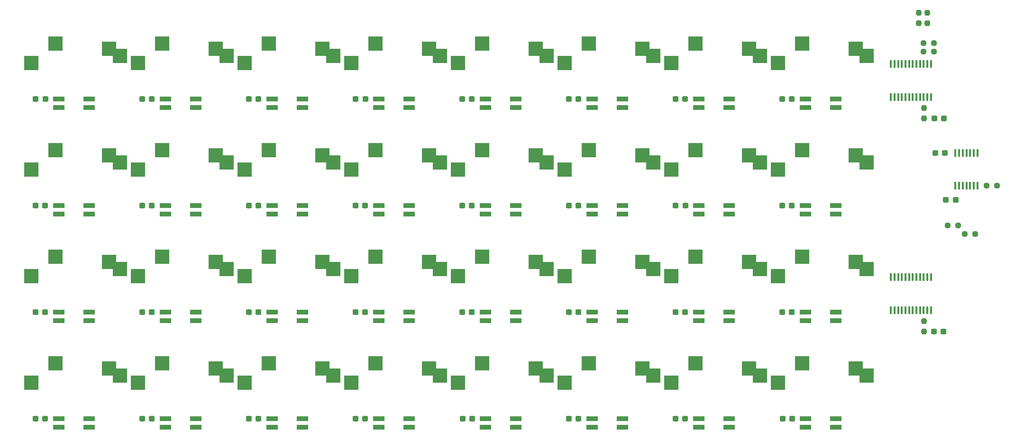
<source format=gbp>
%TF.GenerationSoftware,KiCad,Pcbnew,(6.0.8)*%
%TF.CreationDate,2023-01-16T16:58:48+01:00*%
%TF.ProjectId,The Macruwu 2.0,54686520-4d61-4637-9275-777520322e30,rev?*%
%TF.SameCoordinates,Original*%
%TF.FileFunction,Paste,Bot*%
%TF.FilePolarity,Positive*%
%FSLAX46Y46*%
G04 Gerber Fmt 4.6, Leading zero omitted, Abs format (unit mm)*
G04 Created by KiCad (PCBNEW (6.0.8)) date 2023-01-16 16:58:48*
%MOMM*%
%LPD*%
G01*
G04 APERTURE LIST*
G04 Aperture macros list*
%AMRoundRect*
0 Rectangle with rounded corners*
0 $1 Rounding radius*
0 $2 $3 $4 $5 $6 $7 $8 $9 X,Y pos of 4 corners*
0 Add a 4 corners polygon primitive as box body*
4,1,4,$2,$3,$4,$5,$6,$7,$8,$9,$2,$3,0*
0 Add four circle primitives for the rounded corners*
1,1,$1+$1,$2,$3*
1,1,$1+$1,$4,$5*
1,1,$1+$1,$6,$7*
1,1,$1+$1,$8,$9*
0 Add four rect primitives between the rounded corners*
20,1,$1+$1,$2,$3,$4,$5,0*
20,1,$1+$1,$4,$5,$6,$7,0*
20,1,$1+$1,$6,$7,$8,$9,0*
20,1,$1+$1,$8,$9,$2,$3,0*%
G04 Aperture macros list end*
%ADD10R,2.600000X2.600000*%
%ADD11R,2.540000X2.540000*%
%ADD12R,2.000000X0.820000*%
%ADD13RoundRect,0.237500X-0.300000X-0.237500X0.300000X-0.237500X0.300000X0.237500X-0.300000X0.237500X0*%
%ADD14RoundRect,0.237500X0.250000X0.237500X-0.250000X0.237500X-0.250000X-0.237500X0.250000X-0.237500X0*%
%ADD15RoundRect,0.237500X-0.237500X0.250000X-0.237500X-0.250000X0.237500X-0.250000X0.237500X0.250000X0*%
%ADD16R,0.450000X1.475000*%
%ADD17RoundRect,0.237500X0.237500X-0.250000X0.237500X0.250000X-0.237500X0.250000X-0.237500X-0.250000X0*%
%ADD18RoundRect,0.237500X-0.250000X-0.237500X0.250000X-0.237500X0.250000X0.237500X-0.250000X0.237500X0*%
%ADD19RoundRect,0.237500X0.300000X0.237500X-0.300000X0.237500X-0.300000X-0.237500X0.300000X-0.237500X0*%
G04 APERTURE END LIST*
D10*
%TO.C,U3*%
X105031000Y-46755000D03*
D11*
X100745944Y-50165000D03*
D10*
X114596000Y-47625000D03*
X116581000Y-48955000D03*
D12*
X111006000Y-56655000D03*
X111006000Y-58155000D03*
X105606000Y-58155000D03*
X105606000Y-56655000D03*
%TD*%
D10*
%TO.C,U15*%
X181231000Y-65805000D03*
D11*
X176945944Y-69215000D03*
D10*
X190796000Y-66675000D03*
X192781000Y-68005000D03*
D12*
X187206000Y-75705000D03*
X187206000Y-77205000D03*
X181806000Y-77205000D03*
X181806000Y-75705000D03*
%TD*%
D11*
%TO.C,U14*%
X157895944Y-69215000D03*
D10*
X162181000Y-65805000D03*
X171746000Y-66675000D03*
X173731000Y-68005000D03*
D12*
X168156000Y-75705000D03*
X168156000Y-77205000D03*
X162756000Y-77205000D03*
X162756000Y-75705000D03*
%TD*%
D10*
%TO.C,U8*%
X200281000Y-46755000D03*
D11*
X195995944Y-50165000D03*
D10*
X211831000Y-48955000D03*
X209846000Y-47625000D03*
D12*
X206256000Y-56655000D03*
X206256000Y-58155000D03*
X200856000Y-58155000D03*
X200856000Y-56655000D03*
%TD*%
D11*
%TO.C,U5*%
X138845944Y-50165000D03*
D10*
X143131000Y-46755000D03*
X152696000Y-47625000D03*
X154681000Y-48955000D03*
D12*
X149106000Y-56655000D03*
X149106000Y-58155000D03*
X143706000Y-58155000D03*
X143706000Y-56655000D03*
%TD*%
D10*
%TO.C,U22*%
X162181000Y-84855000D03*
D11*
X157895944Y-88265000D03*
D10*
X173731000Y-87055000D03*
X171746000Y-85725000D03*
D12*
X168156000Y-94755000D03*
X168156000Y-96255000D03*
X162756000Y-96255000D03*
X162756000Y-94755000D03*
%TD*%
D10*
%TO.C,U16*%
X200281000Y-65805000D03*
D11*
X195995944Y-69215000D03*
D10*
X209846000Y-66675000D03*
X211831000Y-68005000D03*
D12*
X206256000Y-75705000D03*
X206256000Y-77205000D03*
X200856000Y-77205000D03*
X200856000Y-75705000D03*
%TD*%
D11*
%TO.C,U18*%
X81695944Y-88265000D03*
D10*
X85981000Y-84855000D03*
X97531000Y-87055000D03*
X95546000Y-85725000D03*
D12*
X91956000Y-94755000D03*
X91956000Y-96255000D03*
X86556000Y-96255000D03*
X86556000Y-94755000D03*
%TD*%
D11*
%TO.C,U28*%
X119795944Y-107315000D03*
D10*
X124081000Y-103905000D03*
X133646000Y-104775000D03*
X135631000Y-106105000D03*
D12*
X130056000Y-113805000D03*
X130056000Y-115305000D03*
X124656000Y-115305000D03*
X124656000Y-113805000D03*
%TD*%
D11*
%TO.C,U17*%
X62645944Y-88265000D03*
D10*
X66931000Y-84855000D03*
X76496000Y-85725000D03*
X78481000Y-87055000D03*
D12*
X72906000Y-94755000D03*
X72906000Y-96255000D03*
X67506000Y-96255000D03*
X67506000Y-94755000D03*
%TD*%
D10*
%TO.C,U20*%
X124081000Y-84855000D03*
D11*
X119795944Y-88265000D03*
D10*
X135631000Y-87055000D03*
X133646000Y-85725000D03*
D12*
X130056000Y-94755000D03*
X130056000Y-96255000D03*
X124656000Y-96255000D03*
X124656000Y-94755000D03*
%TD*%
D11*
%TO.C,U32*%
X195995944Y-107315000D03*
D10*
X200281000Y-103905000D03*
X211831000Y-106105000D03*
X209846000Y-104775000D03*
D12*
X206256000Y-113805000D03*
X206256000Y-115305000D03*
X200856000Y-115305000D03*
X200856000Y-113805000D03*
%TD*%
D11*
%TO.C,U2*%
X81695944Y-50165000D03*
D10*
X85981000Y-46755000D03*
X97531000Y-48955000D03*
X95546000Y-47625000D03*
D12*
X91956000Y-56655000D03*
X91956000Y-58155000D03*
X86556000Y-58155000D03*
X86556000Y-56655000D03*
%TD*%
D11*
%TO.C,U9*%
X62645944Y-69215000D03*
D10*
X66931000Y-65805000D03*
X78481000Y-68005000D03*
X76496000Y-66675000D03*
D12*
X72906000Y-75705000D03*
X72906000Y-77205000D03*
X67506000Y-77205000D03*
X67506000Y-75705000D03*
%TD*%
D11*
%TO.C,U10*%
X81695944Y-69215000D03*
D10*
X85981000Y-65805000D03*
X95546000Y-66675000D03*
X97531000Y-68005000D03*
D12*
X91956000Y-75705000D03*
X91956000Y-77205000D03*
X86556000Y-77205000D03*
X86556000Y-75705000D03*
%TD*%
D11*
%TO.C,U29*%
X138845944Y-107315000D03*
D10*
X143131000Y-103905000D03*
X154681000Y-106105000D03*
X152696000Y-104775000D03*
D12*
X149106000Y-113805000D03*
X149106000Y-115305000D03*
X143706000Y-115305000D03*
X143706000Y-113805000D03*
%TD*%
D10*
%TO.C,U25*%
X66931000Y-103905000D03*
D11*
X62645944Y-107315000D03*
D10*
X76496000Y-104775000D03*
X78481000Y-106105000D03*
D12*
X72906000Y-113805000D03*
X72906000Y-115305000D03*
X67506000Y-115305000D03*
X67506000Y-113805000D03*
%TD*%
D11*
%TO.C,U23*%
X176945944Y-88265000D03*
D10*
X181231000Y-84855000D03*
X190796000Y-85725000D03*
X192781000Y-87055000D03*
D12*
X187206000Y-94755000D03*
X187206000Y-96255000D03*
X181806000Y-96255000D03*
X181806000Y-94755000D03*
%TD*%
D10*
%TO.C,U31*%
X181231000Y-103905000D03*
D11*
X176945944Y-107315000D03*
D10*
X192781000Y-106105000D03*
X190796000Y-104775000D03*
D12*
X187206000Y-113805000D03*
X187206000Y-115305000D03*
X181806000Y-115305000D03*
X181806000Y-113805000D03*
%TD*%
D11*
%TO.C,U6*%
X157895944Y-50165000D03*
D10*
X162181000Y-46755000D03*
X173731000Y-48955000D03*
X171746000Y-47625000D03*
D12*
X168156000Y-56655000D03*
X168156000Y-58155000D03*
X162756000Y-58155000D03*
X162756000Y-56655000D03*
%TD*%
D10*
%TO.C,U12*%
X124081000Y-65805000D03*
D11*
X119795944Y-69215000D03*
D10*
X135631000Y-68005000D03*
X133646000Y-66675000D03*
D12*
X130056000Y-75705000D03*
X130056000Y-77205000D03*
X124656000Y-77205000D03*
X124656000Y-75705000D03*
%TD*%
D10*
%TO.C,U4*%
X124081000Y-46755000D03*
D11*
X119795944Y-50165000D03*
D10*
X135631000Y-48955000D03*
X133646000Y-47625000D03*
D12*
X130056000Y-56655000D03*
X130056000Y-58155000D03*
X124656000Y-58155000D03*
X124656000Y-56655000D03*
%TD*%
D10*
%TO.C,U7*%
X181231000Y-46755000D03*
D11*
X176945944Y-50165000D03*
D10*
X192781000Y-48955000D03*
X190796000Y-47625000D03*
D12*
X187206000Y-56655000D03*
X187206000Y-58155000D03*
X181806000Y-58155000D03*
X181806000Y-56655000D03*
%TD*%
D11*
%TO.C,U19*%
X100745944Y-88265000D03*
D10*
X105031000Y-84855000D03*
X116581000Y-87055000D03*
X114596000Y-85725000D03*
D12*
X111006000Y-94755000D03*
X111006000Y-96255000D03*
X105606000Y-96255000D03*
X105606000Y-94755000D03*
%TD*%
D10*
%TO.C,U30*%
X162181000Y-103905000D03*
D11*
X157895944Y-107315000D03*
D10*
X173731000Y-106105000D03*
X171746000Y-104775000D03*
D12*
X168156000Y-113805000D03*
X168156000Y-115305000D03*
X162756000Y-115305000D03*
X162756000Y-113805000D03*
%TD*%
D10*
%TO.C,U1*%
X66931000Y-46755000D03*
D11*
X62645944Y-50165000D03*
D10*
X76496000Y-47625000D03*
X78481000Y-48955000D03*
D12*
X72906000Y-56655000D03*
X72906000Y-58155000D03*
X67506000Y-58155000D03*
X67506000Y-56655000D03*
%TD*%
D10*
%TO.C,U11*%
X105031000Y-65805000D03*
D11*
X100745944Y-69215000D03*
D10*
X116581000Y-68005000D03*
X114596000Y-66675000D03*
D12*
X111006000Y-75705000D03*
X111006000Y-77205000D03*
X105606000Y-77205000D03*
X105606000Y-75705000D03*
%TD*%
D10*
%TO.C,U26*%
X85981000Y-103905000D03*
D11*
X81695944Y-107315000D03*
D10*
X95546000Y-104775000D03*
X97531000Y-106105000D03*
D12*
X91956000Y-113805000D03*
X91956000Y-115305000D03*
X86556000Y-115305000D03*
X86556000Y-113805000D03*
%TD*%
D10*
%TO.C,U24*%
X200281000Y-84855000D03*
D11*
X195995944Y-88265000D03*
D10*
X209846000Y-85725000D03*
X211831000Y-87055000D03*
D12*
X206256000Y-94755000D03*
X206256000Y-96255000D03*
X200856000Y-96255000D03*
X200856000Y-94755000D03*
%TD*%
D10*
%TO.C,U21*%
X143131000Y-84855000D03*
D11*
X138845944Y-88265000D03*
D10*
X154681000Y-87055000D03*
X152696000Y-85725000D03*
D12*
X149106000Y-94755000D03*
X149106000Y-96255000D03*
X143706000Y-96255000D03*
X143706000Y-94755000D03*
%TD*%
D11*
%TO.C,U27*%
X100745944Y-107315000D03*
D10*
X105031000Y-103905000D03*
X114596000Y-104775000D03*
X116581000Y-106105000D03*
D12*
X111006000Y-113805000D03*
X111006000Y-115305000D03*
X105606000Y-115305000D03*
X105606000Y-113805000D03*
%TD*%
D11*
%TO.C,U13*%
X138845944Y-69215000D03*
D10*
X143131000Y-65805000D03*
X152696000Y-66675000D03*
X154681000Y-68005000D03*
D12*
X149106000Y-75705000D03*
X149106000Y-77205000D03*
X143706000Y-77205000D03*
X143706000Y-75705000D03*
%TD*%
D13*
%TO.C,C9*%
X63374500Y-75692000D03*
X65099500Y-75692000D03*
%TD*%
D14*
%TO.C,R5*%
X228115500Y-79248000D03*
X226290500Y-79248000D03*
%TD*%
D13*
%TO.C,C7*%
X177648000Y-56642000D03*
X179373000Y-56642000D03*
%TD*%
%TO.C,C2*%
X82398000Y-56642000D03*
X84123000Y-56642000D03*
%TD*%
%TO.C,C20*%
X120524500Y-94742000D03*
X122249500Y-94742000D03*
%TD*%
%TO.C,C24*%
X196724500Y-94742000D03*
X198449500Y-94742000D03*
%TD*%
%TO.C,C18*%
X82424500Y-94742000D03*
X84149500Y-94742000D03*
%TD*%
%TO.C,C1*%
X63399500Y-56642000D03*
X65124500Y-56642000D03*
%TD*%
D15*
%TO.C,R1*%
X221996000Y-96369500D03*
X221996000Y-98194500D03*
%TD*%
D16*
%TO.C,IC2*%
X223285000Y-94378000D03*
X222635000Y-94378000D03*
X221985000Y-94378000D03*
X221335000Y-94378000D03*
X220685000Y-94378000D03*
X220035000Y-94378000D03*
X219385000Y-94378000D03*
X218735000Y-94378000D03*
X218085000Y-94378000D03*
X217435000Y-94378000D03*
X216785000Y-94378000D03*
X216135000Y-94378000D03*
X216135000Y-88502000D03*
X216785000Y-88502000D03*
X217435000Y-88502000D03*
X218085000Y-88502000D03*
X218735000Y-88502000D03*
X219385000Y-88502000D03*
X220035000Y-88502000D03*
X220685000Y-88502000D03*
X221335000Y-88502000D03*
X221985000Y-88502000D03*
X222635000Y-88502000D03*
X223285000Y-88502000D03*
%TD*%
D13*
%TO.C,C19*%
X101474500Y-94742000D03*
X103199500Y-94742000D03*
%TD*%
%TO.C,C22*%
X158624500Y-94742000D03*
X160349500Y-94742000D03*
%TD*%
%TO.C,C11*%
X101474500Y-75692000D03*
X103199500Y-75692000D03*
%TD*%
%TO.C,C25*%
X63374500Y-113792000D03*
X65099500Y-113792000D03*
%TD*%
D17*
%TO.C,R10*%
X221107000Y-43076500D03*
X221107000Y-41251500D03*
%TD*%
D13*
%TO.C,C28*%
X120524500Y-113792000D03*
X122249500Y-113792000D03*
%TD*%
%TO.C,C5*%
X139548000Y-56642000D03*
X141273000Y-56642000D03*
%TD*%
D16*
%TO.C,IC1*%
X223285000Y-56278000D03*
X222635000Y-56278000D03*
X221985000Y-56278000D03*
X221335000Y-56278000D03*
X220685000Y-56278000D03*
X220035000Y-56278000D03*
X219385000Y-56278000D03*
X218735000Y-56278000D03*
X218085000Y-56278000D03*
X217435000Y-56278000D03*
X216785000Y-56278000D03*
X216135000Y-56278000D03*
X216135000Y-50402000D03*
X216785000Y-50402000D03*
X217435000Y-50402000D03*
X218085000Y-50402000D03*
X218735000Y-50402000D03*
X219385000Y-50402000D03*
X220035000Y-50402000D03*
X220685000Y-50402000D03*
X221335000Y-50402000D03*
X221985000Y-50402000D03*
X222635000Y-50402000D03*
X223285000Y-50402000D03*
%TD*%
D13*
%TO.C,C35*%
X224054500Y-66294000D03*
X225779500Y-66294000D03*
%TD*%
D18*
%TO.C,R6*%
X229338500Y-80772000D03*
X231163500Y-80772000D03*
%TD*%
D15*
%TO.C,R2*%
X221996000Y-58269500D03*
X221996000Y-60094500D03*
%TD*%
D13*
%TO.C,C14*%
X158624500Y-75692000D03*
X160349500Y-75692000D03*
%TD*%
D19*
%TO.C,C34*%
X225525500Y-98171000D03*
X223800500Y-98171000D03*
%TD*%
D13*
%TO.C,C32*%
X196776000Y-113792000D03*
X198501000Y-113792000D03*
%TD*%
%TO.C,C13*%
X139574500Y-75692000D03*
X141299500Y-75692000D03*
%TD*%
%TO.C,C17*%
X63374500Y-94742000D03*
X65099500Y-94742000D03*
%TD*%
%TO.C,C16*%
X196724500Y-75692000D03*
X198449500Y-75692000D03*
%TD*%
D17*
%TO.C,R9*%
X222631000Y-43076500D03*
X222631000Y-41251500D03*
%TD*%
D13*
%TO.C,C21*%
X139574500Y-94742000D03*
X141299500Y-94742000D03*
%TD*%
%TO.C,C27*%
X101474500Y-113792000D03*
X103199500Y-113792000D03*
%TD*%
D19*
%TO.C,C33*%
X225626000Y-60071000D03*
X223901000Y-60071000D03*
%TD*%
D13*
%TO.C,C29*%
X139626000Y-113792000D03*
X141351000Y-113792000D03*
%TD*%
D16*
%TO.C,IC3*%
X227666000Y-66277000D03*
X228316000Y-66277000D03*
X228966000Y-66277000D03*
X229616000Y-66277000D03*
X230266000Y-66277000D03*
X230916000Y-66277000D03*
X231566000Y-66277000D03*
X231566000Y-72153000D03*
X230916000Y-72153000D03*
X230266000Y-72153000D03*
X229616000Y-72153000D03*
X228966000Y-72153000D03*
X228316000Y-72153000D03*
X227666000Y-72153000D03*
%TD*%
D13*
%TO.C,C31*%
X177674500Y-113792000D03*
X179399500Y-113792000D03*
%TD*%
%TO.C,C3*%
X101448000Y-56642000D03*
X103173000Y-56642000D03*
%TD*%
D18*
%TO.C,R8*%
X221972500Y-46609000D03*
X223797500Y-46609000D03*
%TD*%
D13*
%TO.C,C30*%
X158624500Y-113792000D03*
X160349500Y-113792000D03*
%TD*%
%TO.C,C26*%
X82424500Y-113792000D03*
X84149500Y-113792000D03*
%TD*%
%TO.C,C6*%
X158624500Y-56642000D03*
X160349500Y-56642000D03*
%TD*%
%TO.C,C12*%
X120524500Y-75692000D03*
X122249500Y-75692000D03*
%TD*%
%TO.C,C10*%
X82424500Y-75692000D03*
X84149500Y-75692000D03*
%TD*%
D18*
%TO.C,R7*%
X221972500Y-48133000D03*
X223797500Y-48133000D03*
%TD*%
D13*
%TO.C,C8*%
X196698000Y-56642000D03*
X198423000Y-56642000D03*
%TD*%
%TO.C,C23*%
X177674500Y-94742000D03*
X179399500Y-94742000D03*
%TD*%
%TO.C,C4*%
X120549500Y-56642000D03*
X122274500Y-56642000D03*
%TD*%
%TO.C,C15*%
X177701000Y-75692000D03*
X179426000Y-75692000D03*
%TD*%
%TO.C,C36*%
X225959500Y-74676000D03*
X227684500Y-74676000D03*
%TD*%
D18*
%TO.C,R11*%
X233252000Y-72136000D03*
X235077000Y-72136000D03*
%TD*%
M02*

</source>
